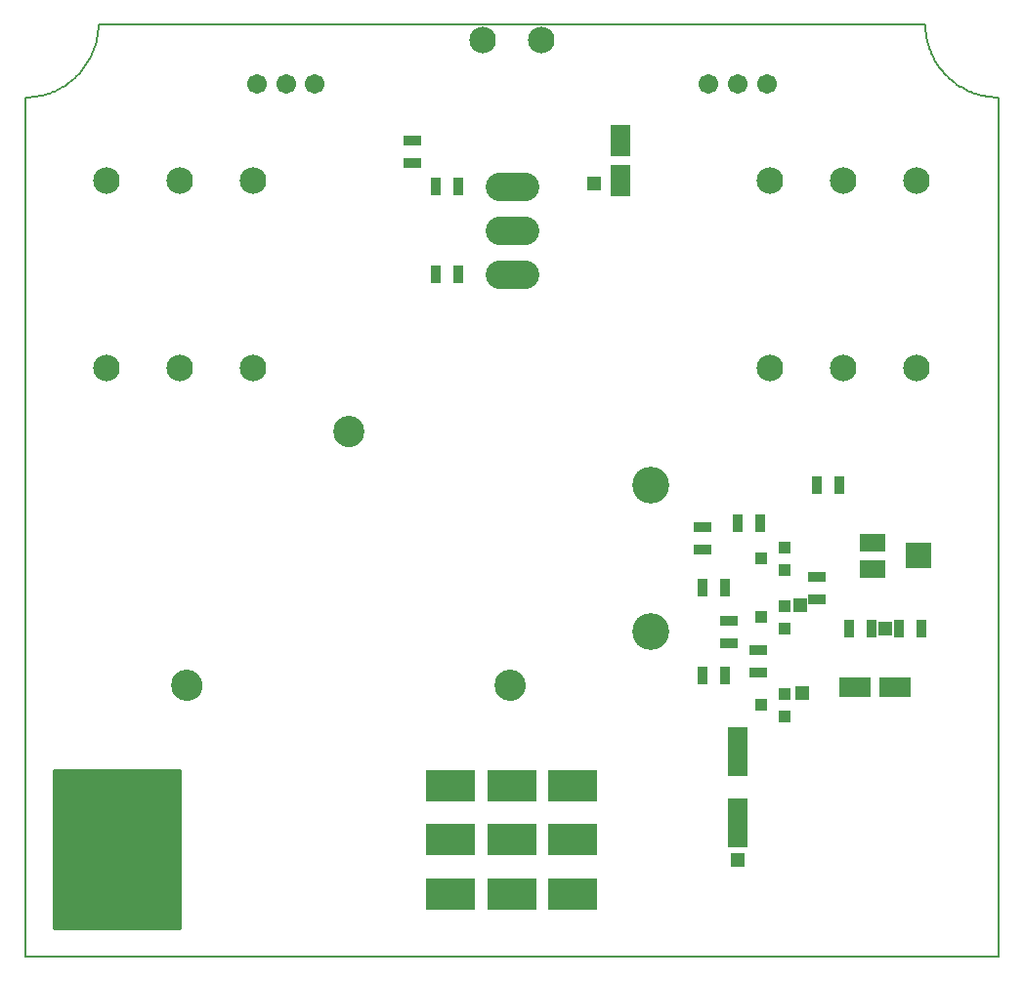
<source format=gts>
G75*
%MOIN*%
%OFA0B0*%
%FSLAX25Y25*%
%IPPOS*%
%LPD*%
%AMOC8*
5,1,8,0,0,1.08239X$1,22.5*
%
%ADD10C,0.00500*%
%ADD11C,0.01600*%
%ADD12C,0.09068*%
%ADD13R,0.10643X0.07099*%
%ADD14R,0.03556X0.05918*%
%ADD15R,0.04343X0.03950*%
%ADD16R,0.05918X0.03556*%
%ADD17R,0.07099X0.16548*%
%ADD18C,0.00000*%
%ADD19C,0.10643*%
%ADD20C,0.12611*%
%ADD21C,0.06737*%
%ADD22R,0.07099X0.10643*%
%ADD23R,0.08674X0.08674*%
%ADD24R,0.08674X0.05918*%
%ADD25C,0.09658*%
%ADD26R,0.16500X0.10600*%
%ADD27R,0.04762X0.04762*%
D10*
X0001250Y0001250D02*
X0001250Y0294750D01*
X0001854Y0294757D01*
X0002458Y0294779D01*
X0003061Y0294816D01*
X0003663Y0294867D01*
X0004263Y0294932D01*
X0004862Y0295012D01*
X0005459Y0295107D01*
X0006053Y0295216D01*
X0006645Y0295339D01*
X0007233Y0295476D01*
X0007818Y0295628D01*
X0008399Y0295794D01*
X0008975Y0295974D01*
X0009548Y0296167D01*
X0010115Y0296375D01*
X0010677Y0296596D01*
X0011234Y0296830D01*
X0011785Y0297078D01*
X0012330Y0297339D01*
X0012868Y0297614D01*
X0013400Y0297901D01*
X0013924Y0298201D01*
X0014441Y0298513D01*
X0014950Y0298838D01*
X0015452Y0299175D01*
X0015945Y0299525D01*
X0016429Y0299886D01*
X0016905Y0300258D01*
X0017371Y0300642D01*
X0017828Y0301037D01*
X0018275Y0301443D01*
X0018713Y0301860D01*
X0019140Y0302287D01*
X0019557Y0302725D01*
X0019963Y0303172D01*
X0020358Y0303629D01*
X0020742Y0304095D01*
X0021114Y0304571D01*
X0021475Y0305055D01*
X0021825Y0305548D01*
X0022162Y0306050D01*
X0022487Y0306559D01*
X0022799Y0307076D01*
X0023099Y0307600D01*
X0023386Y0308132D01*
X0023661Y0308670D01*
X0023922Y0309215D01*
X0024170Y0309766D01*
X0024404Y0310323D01*
X0024625Y0310885D01*
X0024833Y0311452D01*
X0025026Y0312025D01*
X0025206Y0312601D01*
X0025372Y0313182D01*
X0025524Y0313767D01*
X0025661Y0314355D01*
X0025784Y0314947D01*
X0025893Y0315541D01*
X0025988Y0316138D01*
X0026068Y0316737D01*
X0026133Y0317337D01*
X0026184Y0317939D01*
X0026221Y0318542D01*
X0026243Y0319146D01*
X0026250Y0319750D01*
X0308350Y0319750D01*
X0308357Y0319146D01*
X0308379Y0318542D01*
X0308416Y0317939D01*
X0308467Y0317337D01*
X0308532Y0316737D01*
X0308612Y0316138D01*
X0308707Y0315541D01*
X0308816Y0314947D01*
X0308939Y0314355D01*
X0309076Y0313767D01*
X0309228Y0313182D01*
X0309394Y0312601D01*
X0309574Y0312025D01*
X0309767Y0311452D01*
X0309975Y0310885D01*
X0310196Y0310323D01*
X0310430Y0309766D01*
X0310678Y0309215D01*
X0310939Y0308670D01*
X0311214Y0308132D01*
X0311501Y0307600D01*
X0311801Y0307076D01*
X0312113Y0306559D01*
X0312438Y0306050D01*
X0312775Y0305548D01*
X0313125Y0305055D01*
X0313486Y0304571D01*
X0313858Y0304095D01*
X0314242Y0303629D01*
X0314637Y0303172D01*
X0315043Y0302725D01*
X0315460Y0302287D01*
X0315887Y0301860D01*
X0316325Y0301443D01*
X0316772Y0301037D01*
X0317229Y0300642D01*
X0317695Y0300258D01*
X0318171Y0299886D01*
X0318655Y0299525D01*
X0319148Y0299175D01*
X0319650Y0298838D01*
X0320159Y0298513D01*
X0320676Y0298201D01*
X0321200Y0297901D01*
X0321732Y0297614D01*
X0322270Y0297339D01*
X0322815Y0297078D01*
X0323366Y0296830D01*
X0323923Y0296596D01*
X0324485Y0296375D01*
X0325052Y0296167D01*
X0325625Y0295974D01*
X0326201Y0295794D01*
X0326782Y0295628D01*
X0327367Y0295476D01*
X0327955Y0295339D01*
X0328547Y0295216D01*
X0329141Y0295107D01*
X0329738Y0295012D01*
X0330337Y0294932D01*
X0330937Y0294867D01*
X0331539Y0294816D01*
X0332142Y0294779D01*
X0332746Y0294757D01*
X0333350Y0294750D01*
X0333350Y0001250D01*
X0001250Y0001250D01*
D11*
X0011250Y0011250D02*
X0011250Y0064750D01*
X0053750Y0064750D01*
X0053750Y0011250D01*
X0011250Y0011250D01*
X0011250Y0012440D02*
X0053750Y0012440D01*
X0053750Y0014038D02*
X0011250Y0014038D01*
X0011250Y0015637D02*
X0053750Y0015637D01*
X0053750Y0017235D02*
X0011250Y0017235D01*
X0011250Y0018834D02*
X0053750Y0018834D01*
X0053750Y0020432D02*
X0011250Y0020432D01*
X0011250Y0022031D02*
X0053750Y0022031D01*
X0053750Y0023629D02*
X0011250Y0023629D01*
X0011250Y0025228D02*
X0053750Y0025228D01*
X0053750Y0026826D02*
X0011250Y0026826D01*
X0011250Y0028425D02*
X0053750Y0028425D01*
X0053750Y0030023D02*
X0011250Y0030023D01*
X0011250Y0031622D02*
X0053750Y0031622D01*
X0053750Y0033220D02*
X0011250Y0033220D01*
X0011250Y0034819D02*
X0053750Y0034819D01*
X0053750Y0036417D02*
X0011250Y0036417D01*
X0011250Y0038016D02*
X0053750Y0038016D01*
X0053750Y0039614D02*
X0011250Y0039614D01*
X0011250Y0041213D02*
X0053750Y0041213D01*
X0053750Y0042811D02*
X0011250Y0042811D01*
X0011250Y0044410D02*
X0053750Y0044410D01*
X0053750Y0046008D02*
X0011250Y0046008D01*
X0011250Y0047607D02*
X0053750Y0047607D01*
X0053750Y0049205D02*
X0011250Y0049205D01*
X0011250Y0050804D02*
X0053750Y0050804D01*
X0053750Y0052402D02*
X0011250Y0052402D01*
X0011250Y0054001D02*
X0053750Y0054001D01*
X0053750Y0055599D02*
X0011250Y0055599D01*
X0011250Y0057198D02*
X0053750Y0057198D01*
X0053750Y0058796D02*
X0011250Y0058796D01*
X0011250Y0060395D02*
X0053750Y0060395D01*
X0053750Y0061993D02*
X0011250Y0061993D01*
X0011250Y0063592D02*
X0053750Y0063592D01*
D12*
X0053898Y0202301D03*
X0028898Y0202301D03*
X0078898Y0202301D03*
X0078898Y0266199D03*
X0053898Y0266199D03*
X0028898Y0266199D03*
X0157300Y0314250D03*
X0177300Y0314250D03*
X0255502Y0266199D03*
X0280502Y0266199D03*
X0305502Y0266199D03*
X0305502Y0202301D03*
X0280502Y0202301D03*
X0255502Y0202301D03*
D13*
X0284360Y0093250D03*
X0298140Y0093250D03*
D14*
X0299510Y0113250D03*
X0306990Y0113250D03*
X0289990Y0113250D03*
X0282510Y0113250D03*
X0251990Y0149250D03*
X0244510Y0149250D03*
X0239990Y0127250D03*
X0232510Y0127250D03*
X0232510Y0097250D03*
X0239990Y0097250D03*
X0271510Y0162250D03*
X0278990Y0162250D03*
X0148990Y0234250D03*
X0141510Y0234250D03*
X0141510Y0264250D03*
X0148990Y0264250D03*
D15*
X0260187Y0140990D03*
X0260187Y0133510D03*
X0252313Y0137250D03*
X0260187Y0120990D03*
X0260187Y0113510D03*
X0252313Y0117250D03*
X0260187Y0090990D03*
X0260187Y0083510D03*
X0252313Y0087250D03*
D16*
X0251250Y0098510D03*
X0251250Y0105990D03*
X0241250Y0108510D03*
X0241250Y0115990D03*
X0232250Y0140510D03*
X0232250Y0147990D03*
X0271250Y0130990D03*
X0271250Y0123510D03*
X0133250Y0272510D03*
X0133250Y0279990D03*
D17*
X0244250Y0071455D03*
X0244250Y0047045D03*
D18*
X0161809Y0093998D02*
X0161811Y0094138D01*
X0161817Y0094278D01*
X0161827Y0094417D01*
X0161841Y0094556D01*
X0161859Y0094695D01*
X0161880Y0094833D01*
X0161906Y0094971D01*
X0161936Y0095108D01*
X0161969Y0095243D01*
X0162007Y0095378D01*
X0162048Y0095512D01*
X0162093Y0095645D01*
X0162141Y0095776D01*
X0162194Y0095905D01*
X0162250Y0096034D01*
X0162309Y0096160D01*
X0162373Y0096285D01*
X0162439Y0096408D01*
X0162510Y0096529D01*
X0162583Y0096648D01*
X0162660Y0096765D01*
X0162741Y0096879D01*
X0162824Y0096991D01*
X0162911Y0097101D01*
X0163001Y0097209D01*
X0163093Y0097313D01*
X0163189Y0097415D01*
X0163288Y0097515D01*
X0163389Y0097611D01*
X0163493Y0097705D01*
X0163600Y0097795D01*
X0163709Y0097882D01*
X0163821Y0097967D01*
X0163935Y0098048D01*
X0164051Y0098126D01*
X0164169Y0098200D01*
X0164290Y0098271D01*
X0164412Y0098339D01*
X0164537Y0098403D01*
X0164663Y0098464D01*
X0164790Y0098521D01*
X0164920Y0098574D01*
X0165051Y0098624D01*
X0165183Y0098669D01*
X0165316Y0098712D01*
X0165451Y0098750D01*
X0165586Y0098784D01*
X0165723Y0098815D01*
X0165860Y0098842D01*
X0165998Y0098864D01*
X0166137Y0098883D01*
X0166276Y0098898D01*
X0166415Y0098909D01*
X0166555Y0098916D01*
X0166695Y0098919D01*
X0166835Y0098918D01*
X0166975Y0098913D01*
X0167114Y0098904D01*
X0167254Y0098891D01*
X0167393Y0098874D01*
X0167531Y0098853D01*
X0167669Y0098829D01*
X0167806Y0098800D01*
X0167942Y0098768D01*
X0168077Y0098731D01*
X0168211Y0098691D01*
X0168344Y0098647D01*
X0168475Y0098599D01*
X0168605Y0098548D01*
X0168734Y0098493D01*
X0168861Y0098434D01*
X0168986Y0098371D01*
X0169109Y0098306D01*
X0169231Y0098236D01*
X0169350Y0098163D01*
X0169468Y0098087D01*
X0169583Y0098008D01*
X0169696Y0097925D01*
X0169806Y0097839D01*
X0169914Y0097750D01*
X0170019Y0097658D01*
X0170122Y0097563D01*
X0170222Y0097465D01*
X0170319Y0097365D01*
X0170413Y0097261D01*
X0170505Y0097155D01*
X0170593Y0097047D01*
X0170678Y0096936D01*
X0170760Y0096822D01*
X0170839Y0096706D01*
X0170914Y0096589D01*
X0170986Y0096469D01*
X0171054Y0096347D01*
X0171119Y0096223D01*
X0171181Y0096097D01*
X0171239Y0095970D01*
X0171293Y0095841D01*
X0171344Y0095710D01*
X0171390Y0095578D01*
X0171433Y0095445D01*
X0171473Y0095311D01*
X0171508Y0095176D01*
X0171540Y0095039D01*
X0171567Y0094902D01*
X0171591Y0094764D01*
X0171611Y0094626D01*
X0171627Y0094487D01*
X0171639Y0094347D01*
X0171647Y0094208D01*
X0171651Y0094068D01*
X0171651Y0093928D01*
X0171647Y0093788D01*
X0171639Y0093649D01*
X0171627Y0093509D01*
X0171611Y0093370D01*
X0171591Y0093232D01*
X0171567Y0093094D01*
X0171540Y0092957D01*
X0171508Y0092820D01*
X0171473Y0092685D01*
X0171433Y0092551D01*
X0171390Y0092418D01*
X0171344Y0092286D01*
X0171293Y0092155D01*
X0171239Y0092026D01*
X0171181Y0091899D01*
X0171119Y0091773D01*
X0171054Y0091649D01*
X0170986Y0091527D01*
X0170914Y0091407D01*
X0170839Y0091290D01*
X0170760Y0091174D01*
X0170678Y0091060D01*
X0170593Y0090949D01*
X0170505Y0090841D01*
X0170413Y0090735D01*
X0170319Y0090631D01*
X0170222Y0090531D01*
X0170122Y0090433D01*
X0170019Y0090338D01*
X0169914Y0090246D01*
X0169806Y0090157D01*
X0169696Y0090071D01*
X0169583Y0089988D01*
X0169468Y0089909D01*
X0169350Y0089833D01*
X0169231Y0089760D01*
X0169109Y0089690D01*
X0168986Y0089625D01*
X0168861Y0089562D01*
X0168734Y0089503D01*
X0168605Y0089448D01*
X0168475Y0089397D01*
X0168344Y0089349D01*
X0168211Y0089305D01*
X0168077Y0089265D01*
X0167942Y0089228D01*
X0167806Y0089196D01*
X0167669Y0089167D01*
X0167531Y0089143D01*
X0167393Y0089122D01*
X0167254Y0089105D01*
X0167114Y0089092D01*
X0166975Y0089083D01*
X0166835Y0089078D01*
X0166695Y0089077D01*
X0166555Y0089080D01*
X0166415Y0089087D01*
X0166276Y0089098D01*
X0166137Y0089113D01*
X0165998Y0089132D01*
X0165860Y0089154D01*
X0165723Y0089181D01*
X0165586Y0089212D01*
X0165451Y0089246D01*
X0165316Y0089284D01*
X0165183Y0089327D01*
X0165051Y0089372D01*
X0164920Y0089422D01*
X0164790Y0089475D01*
X0164663Y0089532D01*
X0164537Y0089593D01*
X0164412Y0089657D01*
X0164290Y0089725D01*
X0164169Y0089796D01*
X0164051Y0089870D01*
X0163935Y0089948D01*
X0163821Y0090029D01*
X0163709Y0090114D01*
X0163600Y0090201D01*
X0163493Y0090291D01*
X0163389Y0090385D01*
X0163288Y0090481D01*
X0163189Y0090581D01*
X0163093Y0090683D01*
X0163001Y0090787D01*
X0162911Y0090895D01*
X0162824Y0091005D01*
X0162741Y0091117D01*
X0162660Y0091231D01*
X0162583Y0091348D01*
X0162510Y0091467D01*
X0162439Y0091588D01*
X0162373Y0091711D01*
X0162309Y0091836D01*
X0162250Y0091962D01*
X0162194Y0092091D01*
X0162141Y0092220D01*
X0162093Y0092351D01*
X0162048Y0092484D01*
X0162007Y0092618D01*
X0161969Y0092753D01*
X0161936Y0092888D01*
X0161906Y0093025D01*
X0161880Y0093163D01*
X0161859Y0093301D01*
X0161841Y0093440D01*
X0161827Y0093579D01*
X0161817Y0093718D01*
X0161811Y0093858D01*
X0161809Y0093998D01*
X0106691Y0180612D02*
X0106693Y0180752D01*
X0106699Y0180892D01*
X0106709Y0181031D01*
X0106723Y0181170D01*
X0106741Y0181309D01*
X0106762Y0181447D01*
X0106788Y0181585D01*
X0106818Y0181722D01*
X0106851Y0181857D01*
X0106889Y0181992D01*
X0106930Y0182126D01*
X0106975Y0182259D01*
X0107023Y0182390D01*
X0107076Y0182519D01*
X0107132Y0182648D01*
X0107191Y0182774D01*
X0107255Y0182899D01*
X0107321Y0183022D01*
X0107392Y0183143D01*
X0107465Y0183262D01*
X0107542Y0183379D01*
X0107623Y0183493D01*
X0107706Y0183605D01*
X0107793Y0183715D01*
X0107883Y0183823D01*
X0107975Y0183927D01*
X0108071Y0184029D01*
X0108170Y0184129D01*
X0108271Y0184225D01*
X0108375Y0184319D01*
X0108482Y0184409D01*
X0108591Y0184496D01*
X0108703Y0184581D01*
X0108817Y0184662D01*
X0108933Y0184740D01*
X0109051Y0184814D01*
X0109172Y0184885D01*
X0109294Y0184953D01*
X0109419Y0185017D01*
X0109545Y0185078D01*
X0109672Y0185135D01*
X0109802Y0185188D01*
X0109933Y0185238D01*
X0110065Y0185283D01*
X0110198Y0185326D01*
X0110333Y0185364D01*
X0110468Y0185398D01*
X0110605Y0185429D01*
X0110742Y0185456D01*
X0110880Y0185478D01*
X0111019Y0185497D01*
X0111158Y0185512D01*
X0111297Y0185523D01*
X0111437Y0185530D01*
X0111577Y0185533D01*
X0111717Y0185532D01*
X0111857Y0185527D01*
X0111996Y0185518D01*
X0112136Y0185505D01*
X0112275Y0185488D01*
X0112413Y0185467D01*
X0112551Y0185443D01*
X0112688Y0185414D01*
X0112824Y0185382D01*
X0112959Y0185345D01*
X0113093Y0185305D01*
X0113226Y0185261D01*
X0113357Y0185213D01*
X0113487Y0185162D01*
X0113616Y0185107D01*
X0113743Y0185048D01*
X0113868Y0184985D01*
X0113991Y0184920D01*
X0114113Y0184850D01*
X0114232Y0184777D01*
X0114350Y0184701D01*
X0114465Y0184622D01*
X0114578Y0184539D01*
X0114688Y0184453D01*
X0114796Y0184364D01*
X0114901Y0184272D01*
X0115004Y0184177D01*
X0115104Y0184079D01*
X0115201Y0183979D01*
X0115295Y0183875D01*
X0115387Y0183769D01*
X0115475Y0183661D01*
X0115560Y0183550D01*
X0115642Y0183436D01*
X0115721Y0183320D01*
X0115796Y0183203D01*
X0115868Y0183083D01*
X0115936Y0182961D01*
X0116001Y0182837D01*
X0116063Y0182711D01*
X0116121Y0182584D01*
X0116175Y0182455D01*
X0116226Y0182324D01*
X0116272Y0182192D01*
X0116315Y0182059D01*
X0116355Y0181925D01*
X0116390Y0181790D01*
X0116422Y0181653D01*
X0116449Y0181516D01*
X0116473Y0181378D01*
X0116493Y0181240D01*
X0116509Y0181101D01*
X0116521Y0180961D01*
X0116529Y0180822D01*
X0116533Y0180682D01*
X0116533Y0180542D01*
X0116529Y0180402D01*
X0116521Y0180263D01*
X0116509Y0180123D01*
X0116493Y0179984D01*
X0116473Y0179846D01*
X0116449Y0179708D01*
X0116422Y0179571D01*
X0116390Y0179434D01*
X0116355Y0179299D01*
X0116315Y0179165D01*
X0116272Y0179032D01*
X0116226Y0178900D01*
X0116175Y0178769D01*
X0116121Y0178640D01*
X0116063Y0178513D01*
X0116001Y0178387D01*
X0115936Y0178263D01*
X0115868Y0178141D01*
X0115796Y0178021D01*
X0115721Y0177904D01*
X0115642Y0177788D01*
X0115560Y0177674D01*
X0115475Y0177563D01*
X0115387Y0177455D01*
X0115295Y0177349D01*
X0115201Y0177245D01*
X0115104Y0177145D01*
X0115004Y0177047D01*
X0114901Y0176952D01*
X0114796Y0176860D01*
X0114688Y0176771D01*
X0114578Y0176685D01*
X0114465Y0176602D01*
X0114350Y0176523D01*
X0114232Y0176447D01*
X0114113Y0176374D01*
X0113991Y0176304D01*
X0113868Y0176239D01*
X0113743Y0176176D01*
X0113616Y0176117D01*
X0113487Y0176062D01*
X0113357Y0176011D01*
X0113226Y0175963D01*
X0113093Y0175919D01*
X0112959Y0175879D01*
X0112824Y0175842D01*
X0112688Y0175810D01*
X0112551Y0175781D01*
X0112413Y0175757D01*
X0112275Y0175736D01*
X0112136Y0175719D01*
X0111996Y0175706D01*
X0111857Y0175697D01*
X0111717Y0175692D01*
X0111577Y0175691D01*
X0111437Y0175694D01*
X0111297Y0175701D01*
X0111158Y0175712D01*
X0111019Y0175727D01*
X0110880Y0175746D01*
X0110742Y0175768D01*
X0110605Y0175795D01*
X0110468Y0175826D01*
X0110333Y0175860D01*
X0110198Y0175898D01*
X0110065Y0175941D01*
X0109933Y0175986D01*
X0109802Y0176036D01*
X0109672Y0176089D01*
X0109545Y0176146D01*
X0109419Y0176207D01*
X0109294Y0176271D01*
X0109172Y0176339D01*
X0109051Y0176410D01*
X0108933Y0176484D01*
X0108817Y0176562D01*
X0108703Y0176643D01*
X0108591Y0176728D01*
X0108482Y0176815D01*
X0108375Y0176905D01*
X0108271Y0176999D01*
X0108170Y0177095D01*
X0108071Y0177195D01*
X0107975Y0177297D01*
X0107883Y0177401D01*
X0107793Y0177509D01*
X0107706Y0177619D01*
X0107623Y0177731D01*
X0107542Y0177845D01*
X0107465Y0177962D01*
X0107392Y0178081D01*
X0107321Y0178202D01*
X0107255Y0178325D01*
X0107191Y0178450D01*
X0107132Y0178576D01*
X0107076Y0178705D01*
X0107023Y0178834D01*
X0106975Y0178965D01*
X0106930Y0179098D01*
X0106889Y0179232D01*
X0106851Y0179367D01*
X0106818Y0179502D01*
X0106788Y0179639D01*
X0106762Y0179777D01*
X0106741Y0179915D01*
X0106723Y0180054D01*
X0106709Y0180193D01*
X0106699Y0180332D01*
X0106693Y0180472D01*
X0106691Y0180612D01*
X0051573Y0093998D02*
X0051575Y0094138D01*
X0051581Y0094278D01*
X0051591Y0094417D01*
X0051605Y0094556D01*
X0051623Y0094695D01*
X0051644Y0094833D01*
X0051670Y0094971D01*
X0051700Y0095108D01*
X0051733Y0095243D01*
X0051771Y0095378D01*
X0051812Y0095512D01*
X0051857Y0095645D01*
X0051905Y0095776D01*
X0051958Y0095905D01*
X0052014Y0096034D01*
X0052073Y0096160D01*
X0052137Y0096285D01*
X0052203Y0096408D01*
X0052274Y0096529D01*
X0052347Y0096648D01*
X0052424Y0096765D01*
X0052505Y0096879D01*
X0052588Y0096991D01*
X0052675Y0097101D01*
X0052765Y0097209D01*
X0052857Y0097313D01*
X0052953Y0097415D01*
X0053052Y0097515D01*
X0053153Y0097611D01*
X0053257Y0097705D01*
X0053364Y0097795D01*
X0053473Y0097882D01*
X0053585Y0097967D01*
X0053699Y0098048D01*
X0053815Y0098126D01*
X0053933Y0098200D01*
X0054054Y0098271D01*
X0054176Y0098339D01*
X0054301Y0098403D01*
X0054427Y0098464D01*
X0054554Y0098521D01*
X0054684Y0098574D01*
X0054815Y0098624D01*
X0054947Y0098669D01*
X0055080Y0098712D01*
X0055215Y0098750D01*
X0055350Y0098784D01*
X0055487Y0098815D01*
X0055624Y0098842D01*
X0055762Y0098864D01*
X0055901Y0098883D01*
X0056040Y0098898D01*
X0056179Y0098909D01*
X0056319Y0098916D01*
X0056459Y0098919D01*
X0056599Y0098918D01*
X0056739Y0098913D01*
X0056878Y0098904D01*
X0057018Y0098891D01*
X0057157Y0098874D01*
X0057295Y0098853D01*
X0057433Y0098829D01*
X0057570Y0098800D01*
X0057706Y0098768D01*
X0057841Y0098731D01*
X0057975Y0098691D01*
X0058108Y0098647D01*
X0058239Y0098599D01*
X0058369Y0098548D01*
X0058498Y0098493D01*
X0058625Y0098434D01*
X0058750Y0098371D01*
X0058873Y0098306D01*
X0058995Y0098236D01*
X0059114Y0098163D01*
X0059232Y0098087D01*
X0059347Y0098008D01*
X0059460Y0097925D01*
X0059570Y0097839D01*
X0059678Y0097750D01*
X0059783Y0097658D01*
X0059886Y0097563D01*
X0059986Y0097465D01*
X0060083Y0097365D01*
X0060177Y0097261D01*
X0060269Y0097155D01*
X0060357Y0097047D01*
X0060442Y0096936D01*
X0060524Y0096822D01*
X0060603Y0096706D01*
X0060678Y0096589D01*
X0060750Y0096469D01*
X0060818Y0096347D01*
X0060883Y0096223D01*
X0060945Y0096097D01*
X0061003Y0095970D01*
X0061057Y0095841D01*
X0061108Y0095710D01*
X0061154Y0095578D01*
X0061197Y0095445D01*
X0061237Y0095311D01*
X0061272Y0095176D01*
X0061304Y0095039D01*
X0061331Y0094902D01*
X0061355Y0094764D01*
X0061375Y0094626D01*
X0061391Y0094487D01*
X0061403Y0094347D01*
X0061411Y0094208D01*
X0061415Y0094068D01*
X0061415Y0093928D01*
X0061411Y0093788D01*
X0061403Y0093649D01*
X0061391Y0093509D01*
X0061375Y0093370D01*
X0061355Y0093232D01*
X0061331Y0093094D01*
X0061304Y0092957D01*
X0061272Y0092820D01*
X0061237Y0092685D01*
X0061197Y0092551D01*
X0061154Y0092418D01*
X0061108Y0092286D01*
X0061057Y0092155D01*
X0061003Y0092026D01*
X0060945Y0091899D01*
X0060883Y0091773D01*
X0060818Y0091649D01*
X0060750Y0091527D01*
X0060678Y0091407D01*
X0060603Y0091290D01*
X0060524Y0091174D01*
X0060442Y0091060D01*
X0060357Y0090949D01*
X0060269Y0090841D01*
X0060177Y0090735D01*
X0060083Y0090631D01*
X0059986Y0090531D01*
X0059886Y0090433D01*
X0059783Y0090338D01*
X0059678Y0090246D01*
X0059570Y0090157D01*
X0059460Y0090071D01*
X0059347Y0089988D01*
X0059232Y0089909D01*
X0059114Y0089833D01*
X0058995Y0089760D01*
X0058873Y0089690D01*
X0058750Y0089625D01*
X0058625Y0089562D01*
X0058498Y0089503D01*
X0058369Y0089448D01*
X0058239Y0089397D01*
X0058108Y0089349D01*
X0057975Y0089305D01*
X0057841Y0089265D01*
X0057706Y0089228D01*
X0057570Y0089196D01*
X0057433Y0089167D01*
X0057295Y0089143D01*
X0057157Y0089122D01*
X0057018Y0089105D01*
X0056878Y0089092D01*
X0056739Y0089083D01*
X0056599Y0089078D01*
X0056459Y0089077D01*
X0056319Y0089080D01*
X0056179Y0089087D01*
X0056040Y0089098D01*
X0055901Y0089113D01*
X0055762Y0089132D01*
X0055624Y0089154D01*
X0055487Y0089181D01*
X0055350Y0089212D01*
X0055215Y0089246D01*
X0055080Y0089284D01*
X0054947Y0089327D01*
X0054815Y0089372D01*
X0054684Y0089422D01*
X0054554Y0089475D01*
X0054427Y0089532D01*
X0054301Y0089593D01*
X0054176Y0089657D01*
X0054054Y0089725D01*
X0053933Y0089796D01*
X0053815Y0089870D01*
X0053699Y0089948D01*
X0053585Y0090029D01*
X0053473Y0090114D01*
X0053364Y0090201D01*
X0053257Y0090291D01*
X0053153Y0090385D01*
X0053052Y0090481D01*
X0052953Y0090581D01*
X0052857Y0090683D01*
X0052765Y0090787D01*
X0052675Y0090895D01*
X0052588Y0091005D01*
X0052505Y0091117D01*
X0052424Y0091231D01*
X0052347Y0091348D01*
X0052274Y0091467D01*
X0052203Y0091588D01*
X0052137Y0091711D01*
X0052073Y0091836D01*
X0052014Y0091962D01*
X0051958Y0092091D01*
X0051905Y0092220D01*
X0051857Y0092351D01*
X0051812Y0092484D01*
X0051771Y0092618D01*
X0051733Y0092753D01*
X0051700Y0092888D01*
X0051670Y0093025D01*
X0051644Y0093163D01*
X0051623Y0093301D01*
X0051605Y0093440D01*
X0051591Y0093579D01*
X0051581Y0093718D01*
X0051575Y0093858D01*
X0051573Y0093998D01*
D19*
X0056494Y0093998D03*
X0111612Y0180612D03*
X0166730Y0093998D03*
D20*
X0214762Y0112305D03*
X0214762Y0162305D03*
D21*
X0234507Y0299250D03*
X0244350Y0299250D03*
X0254193Y0299250D03*
X0100093Y0299250D03*
X0090250Y0299250D03*
X0080407Y0299250D03*
D22*
X0204250Y0280140D03*
X0204250Y0266360D03*
D23*
X0306124Y0138250D03*
D24*
X0290376Y0133722D03*
X0290376Y0142778D03*
D25*
X0171729Y0234250D02*
X0162871Y0234250D01*
X0162871Y0249250D02*
X0171729Y0249250D01*
X0171729Y0264250D02*
X0162871Y0264250D01*
D26*
X0167250Y0059750D03*
X0167250Y0041250D03*
X0167250Y0022750D03*
X0146350Y0022750D03*
X0146350Y0041250D03*
X0146350Y0059750D03*
X0188150Y0059750D03*
X0188150Y0041250D03*
X0188150Y0022750D03*
D27*
X0244250Y0034250D03*
X0266250Y0091250D03*
X0265750Y0121250D03*
X0294750Y0113250D03*
X0195250Y0265250D03*
M02*

</source>
